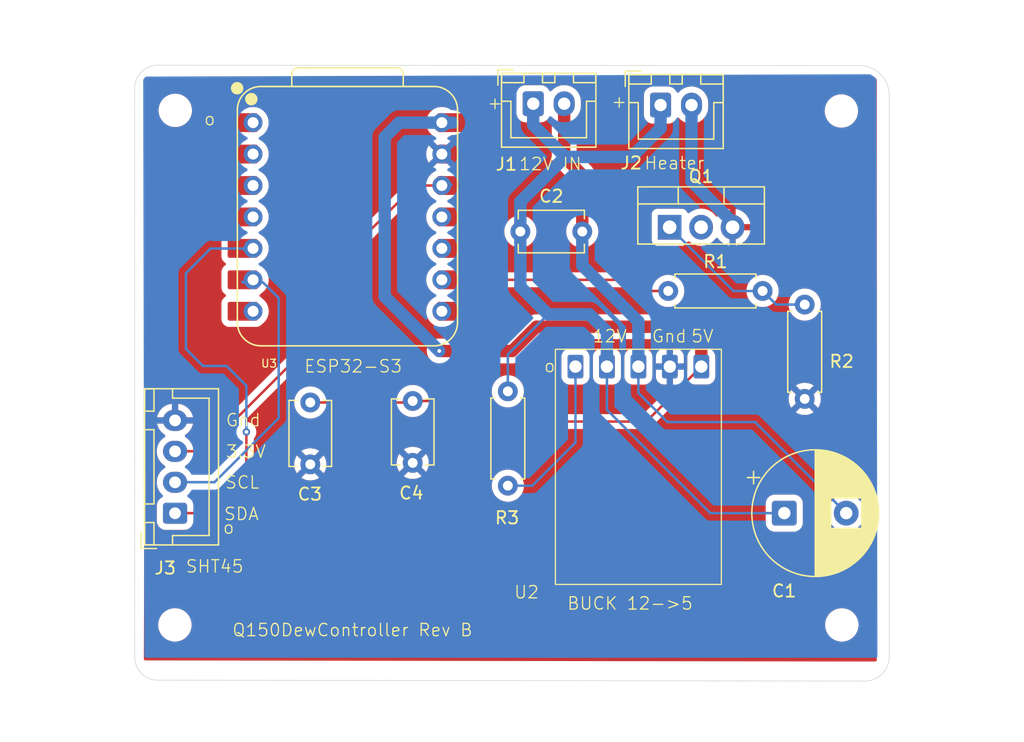
<source format=kicad_pcb>
(kicad_pcb (version 20241229) (generator "pcbnew") (generator_version "9.0")
  (title_block (title "Q150 Dew Controller") (date "2026-01-31") (rev "A") (company "Author Mark Pinnuck"))
  (layers (0 "F.Cu" signal) (2 "B.Cu" signal) (13 "F.Paste" user) (15 "B.Paste" user) (5 "F.SilkS" user "F.Silkscreen") (7 "B.SilkS" user "B.Silkscreen") (1 "F.Mask" user) (3 "B.Mask" user) (25 "Edge.Cuts" user))
  (net 0 "")
  (net 1 "12V Return")
  (net 2 "+12V")
  (net 3 "/5V")
  (net 4 "GND")
  (net 5 "/-Heater")
  (net 6 "/3.3V")
  (net 7 "/SDA")
  (net 8 "/SCL")
  (net 9 "Net-(Q1-G)")
  (net 10 "Net-(U3-GPIO7{slash}D8{slash}A8{slash}SCK)")
  (net 11 "Net-(U2-EN)")
  (footprint "Seeed Studio XIAO Series Library:XIAO-ESP32S3-DIP" (layer "F.Cu") (at 147.19 86.26)
    (property "Reference" "U3" (at -6.33 11.84 0) (layer "F.SilkS") (effects (font (size 0.635 0.635) (thickness 0.1016))))
    (property "Value" "XIAO-ESP32-S3-DIP")
    (fp_line (start -8.89 8.509) (end -8.89 -8.636) (stroke (width 0.127)) (layer "F.SilkS"))
    (fp_line (start -6.985 10.414) (end 6.985 10.414) (stroke (width 0.127)) (layer "F.SilkS"))
    (fp_line (start -4.495 -10.541) (end -4.491272 -11.551272) (stroke (width 0.127)) (layer "F.SilkS"))
    (fp_line (start -3.991272 -12.051) (end 4.004 -12.051) (stroke (width 0.127)) (layer "F.SilkS"))
    (fp_line (start 4.504 -11.551) (end 4.504 -10.541) (stroke (width 0.127)) (layer "F.SilkS"))
    (fp_line (start 6.985 -10.541) (end -6.985 -10.541) (stroke (width 0.1)) (layer "F.SilkS"))
    (fp_line (start 6.985 -10.541) (end -6.985 -10.541) (stroke (width 0.127)) (layer "F.SilkS"))
    (fp_line (start 8.89 8.509) (end 8.89 -8.636) (stroke (width 0.127)) (layer "F.SilkS"))
    (fp_arc (start -8.89 -8.636) (mid -8.332038 -9.983038) (end -6.985 -10.541) (stroke (width 0.127)) (layer "F.SilkS"))
    (fp_arc (start -6.985 10.414) (mid -8.332038 9.856038) (end -8.89 8.509) (stroke (width 0.127)) (layer "F.SilkS"))
    (fp_arc (start -4.491272 -11.551272) (mid -4.344728 -11.90464) (end -3.991272 -12.051) (stroke (width 0.127)) (layer "F.SilkS"))
    (fp_arc (start 4.004 -12.051) (mid 4.357553 -11.904553) (end 4.504 -11.551) (stroke (width 0.127)) (layer "F.SilkS"))
    (fp_arc (start 6.985 -10.541) (mid 8.332038 -9.983038) (end 8.89 -8.636) (stroke (width 0.127)) (layer "F.SilkS"))
    (fp_arc (start 8.89 8.509) (mid 8.332038 9.856038) (end 6.985 10.414) (stroke (width 0.127)) (layer "F.SilkS"))
    (fp_circle (center -8.904 -10.4) (end -8.904 -10.654) (stroke (width 0.5)) (fill yes) (layer "F.SilkS"))
    (fp_circle (center -7.761 -9.52) (end -7.761 -9.774) (stroke (width 0.5)) (fill yes) (layer "F.SilkS"))
    (pad "1" smd roundrect (at -8.455 -7.62 180) (size 2.432 1.524) (layers "F.Cu" "F.Mask") (roundrect_rratio 0.1))
    (pad "1" thru_hole circle (at -7.62 -7.62 180) (size 1.524 1.524) (drill 0.889) (layers "*.Cu" "*.Mask"))
    (pad "2" smd roundrect (at -8.455 -5.08 180) (size 2.432 1.524) (layers "F.Cu" "F.Mask") (roundrect_rratio 0.1))
    (pad "2" thru_hole circle (at -7.62 -5.08 180) (size 1.524 1.524) (drill 0.889) (layers "*.Cu" "*.Mask"))
    (pad "3" smd roundrect (at -8.455 -2.54 180) (size 2.432 1.524) (layers "F.Cu" "F.Mask") (roundrect_rratio 0.1))
    (pad "3" thru_hole circle (at -7.62 -2.54 180) (size 1.524 1.524) (drill 0.889) (layers "*.Cu" "*.Mask"))
    (pad "4" smd roundrect (at -8.455 0 180) (size 2.432 1.524) (layers "F.Cu" "F.Mask") (roundrect_rratio 0.1))
    (pad "4" thru_hole circle (at -7.62 0 180) (size 1.524 1.524) (drill 0.889) (layers "*.Cu" "*.Mask"))
    (pad "5" smd roundrect (at -8.455 2.54 180) (size 2.432 1.524) (layers "F.Cu" "F.Mask") (roundrect_rratio 0.1) (net 7 "/SDA"))
    (pad "5" thru_hole circle (at -7.62 2.54 180) (size 1.524 1.524) (drill 0.889) (layers "*.Cu" "*.Mask") (net 7 "/SDA"))
    (pad "6" smd roundrect (at -8.455 5.08 180) (size 2.432 1.524) (layers "F.Cu" "F.Mask") (roundrect_rratio 0.1) (net 8 "/SCL"))
    (pad "6" thru_hole circle (at -7.62 5.08 180) (size 1.524 1.524) (drill 0.889) (layers "*.Cu" "*.Mask") (net 8 "/SCL"))
    (pad "7" smd roundrect (at -8.455 7.62 180) (size 2.432 1.524) (layers "F.Cu" "F.Mask") (roundrect_rratio 0.1))
    (pad "7" thru_hole circle (at -7.62 7.62 180) (size 1.524 1.524) (drill 0.889) (layers "*.Cu" "*.Mask"))
    (pad "8" thru_hole circle (at 7.62 7.62) (size 1.524 1.524) (drill 0.889) (layers "*.Cu" "*.Mask"))
    (pad "8" smd roundrect (at 8.455 7.62) (size 2.432 1.524) (layers "F.Cu" "F.Mask") (roundrect_rratio 0.1))
    (pad "9" thru_hole circle (at 7.62 5.08) (size 1.524 1.524) (drill 0.889) (layers "*.Cu" "*.Mask") (net 10 "Net-(U3-GPIO7{slash}D8{slash}A8{slash}SCK)"))
    (pad "9" smd roundrect (at 8.455 5.08) (size 2.432 1.524) (layers "F.Cu" "F.Mask") (roundrect_rratio 0.1) (net 10 "Net-(U3-GPIO7{slash}D8{slash}A8{slash}SCK)"))
    (pad "10" thru_hole circle (at 7.62 2.54) (size 1.524 1.524) (drill 0.889) (layers "*.Cu" "*.Mask"))
    (pad "10" smd roundrect (at 8.455 2.54) (size 2.432 1.524) (layers "F.Cu" "F.Mask") (roundrect_rratio 0.1))
    (pad "11" thru_hole circle (at 7.62 0) (size 1.524 1.524) (drill 0.889) (layers "*.Cu" "*.Mask"))
    (pad "11" smd roundrect (at 8.455 0) (size 2.432 1.524) (layers "F.Cu" "F.Mask") (roundrect_rratio 0.1))
    (pad "12" thru_hole circle (at 7.62 -2.54) (size 1.524 1.524) (drill 0.889) (layers "*.Cu" "*.Mask") (net 6 "/3.3V"))
    (pad "12" smd roundrect (at 8.455 -2.54) (size 2.432 1.524) (layers "F.Cu" "F.Mask") (roundrect_rratio 0.1) (net 6 "/3.3V"))
    (pad "13" thru_hole circle (at 7.62 -5.08) (size 1.524 1.524) (drill 0.889) (layers "*.Cu" "*.Mask") (net 4 "GND"))
    (pad "13" smd roundrect (at 8.455 -5.08) (size 2.432 1.524) (layers "F.Cu" "F.Mask") (roundrect_rratio 0.1) (net 4 "GND"))
    (pad "14" thru_hole circle (at 7.62 -7.62) (size 1.524 1.524) (drill 0.889) (layers "*.Cu" "*.Mask") (net 3 "/5V"))
    (pad "14" smd roundrect (at 8.455 -7.62) (size 2.432 1.524) (layers "F.Cu" "F.Mask") (roundrect_rratio 0.1) (net 3 "/5V"))
  )
  (footprint "MountingHole:MountingHole_2.2mm_M2" (layer "F.Cu") (at 133.26 119.22)
    (property "Reference" "mh4" (hide yes))
    (property "Value" "MountingHole_2.2mm_M2")
    (pad "" np_thru_hole circle (at 0 0) (size 2.2 2.2) (drill 2.2) (layers "*.Cu" "*.Mask"))
  )
  (footprint "Capacitor_THT:C_Disc_D5.1mm_W3.2mm_P5.00mm" (layer "F.Cu") (at 152.46 101.13 -90)
    (property "Reference" "C4" (at 7.44 0.11 0) (layer "F.SilkS"))
    (property "Value" "0.1uf ceramic")
    (fp_line (start -0.17 1.72) (end -0.17 1.026) (stroke (width 0.12)) (layer "F.SilkS"))
    (fp_line (start 5.17 1.72) (end -0.17 1.72) (stroke (width 0.12)) (layer "F.SilkS"))
    (fp_line (start 5.17 1.026) (end 5.17 1.72) (stroke (width 0.12)) (layer "F.SilkS"))
    (fp_line (start -0.17 -1.026) (end -0.17 -1.72) (stroke (width 0.12)) (layer "F.SilkS"))
    (fp_line (start -0.17 -1.72) (end 5.17 -1.72) (stroke (width 0.12)) (layer "F.SilkS"))
    (fp_line (start 5.17 -1.72) (end 5.17 -1.026) (stroke (width 0.12)) (layer "F.SilkS"))
    (pad "1" thru_hole circle (at 0 0 270) (size 1.6 1.6) (drill 0.8) (layers "*.Cu" "*.Mask") (net 3 "/5V"))
    (pad "2" thru_hole circle (at 5 0 270) (size 1.6 1.6) (drill 0.8) (layers "*.Cu" "*.Mask") (net 4 "GND"))
  )
  (footprint "Resistor_THT:R_Axial_DIN0207_L6.3mm_D2.5mm_P7.62mm_Horizontal" (layer "F.Cu") (at 184.11 93.34 -90)
    (property "Reference" "R2" (at 4.59 -2.98 0) (layer "F.SilkS"))
    (property "Value" "10k")
    (fp_line (start 0.54 1.37) (end 7.08 1.37) (stroke (width 0.12)) (layer "F.SilkS"))
    (fp_line (start 7.08 1.37) (end 7.08 1.04) (stroke (width 0.12)) (layer "F.SilkS"))
    (fp_line (start 0.54 1.04) (end 0.54 1.37) (stroke (width 0.12)) (layer "F.SilkS"))
    (fp_line (start 0.54 -1.04) (end 0.54 -1.37) (stroke (width 0.12)) (layer "F.SilkS"))
    (fp_line (start 0.54 -1.37) (end 7.08 -1.37) (stroke (width 0.12)) (layer "F.SilkS"))
    (fp_line (start 7.08 -1.37) (end 7.08 -1.04) (stroke (width 0.12)) (layer "F.SilkS"))
    (pad "1" thru_hole circle (at 0 0 270) (size 1.6 1.6) (drill 0.8) (layers "*.Cu" "*.Mask") (net 9 "Net-(Q1-G)"))
    (pad "2" thru_hole circle (at 7.62 0 270) (size 1.6 1.6) (drill 0.8) (layers "*.Cu" "*.Mask") (net 4 "GND"))
  )
  (footprint "MountingHole:MountingHole_2.2mm_M2" (layer "F.Cu") (at 187.105 119.22)
    (property "Reference" "mh3" (hide yes))
    (property "Value" "MountingHole_2.2mm_M2")
    (pad "" np_thru_hole circle (at 0 0) (size 2.2 2.2) (drill 2.2) (layers "*.Cu" "*.Mask"))
  )
  (footprint "Library:MP_Buck_Tunghey_5Pin_THT" (layer "F.Cu") (at 170.68 106.35 90)
    (property "Reference" "U2" (at -10.23 -9.03 0) (layer "F.SilkS") (effects (font (thickness 0.1))))
    (property "Value" "Buck_12V_5V")
    (fp_rect (start -9.6 -6.7) (end 9.4 6.7) (stroke (width 0.1)) (fill no) (layer "F.SilkS"))
    (pad "1" thru_hole roundrect (at 8 -5.08 90) (size 1.905 1.27) (drill 1) (layers "*.Cu" "*.Mask") (roundrect_rratio 0.15) (net 11 "Net-(U2-EN)"))
    (pad "2" thru_hole roundrect (at 8 -2.54 90) (size 1.905 1.27) (drill 1) (layers "*.Cu" "*.Mask") (roundrect_rratio 0.15) (net 2 "+12V"))
    (pad "3" thru_hole roundrect (at 8 0 90) (size 1.905 1.27) (drill 1) (layers "*.Cu" "*.Mask") (roundrect_rratio 0.15) (net 1 "12V Return"))
    (pad "4" thru_hole roundrect (at 8 2.54 90) (size 1.905 1.27) (drill 1) (layers "*.Cu" "*.Mask") (roundrect_rratio 0.15) (net 4 "GND"))
    (pad "5" thru_hole roundrect (at 8 5.08 90) (size 1.905 1.27) (drill 1) (layers "*.Cu" "*.Mask") (roundrect_rratio 0.15) (net 3 "/5V"))
  )
  (footprint "MountingHole:MountingHole_2.2mm_M2" (layer "F.Cu") (at 187.07 77.7)
    (property "Reference" "mh2" (hide yes))
    (property "Value" "MountingHole_2.2mm_M2")
    (pad "" np_thru_hole circle (at 0 0) (size 2.2 2.2) (drill 2.2) (layers "*.Cu" "*.Mask"))
  )
  (footprint "Capacitor_THT:C_Disc_D5.1mm_W3.2mm_P5.00mm" (layer "F.Cu") (at 161.15 87.44)
    (property "Reference" "C2" (at 2.5 -2.85 0) (layer "F.SilkS"))
    (property "Value" "0.1uf Ceramic")
    (fp_line (start -0.17 -1.72) (end 5.17 -1.72) (stroke (width 0.12)) (layer "F.SilkS"))
    (fp_line (start -0.17 -1.026) (end -0.17 -1.72) (stroke (width 0.12)) (layer "F.SilkS"))
    (fp_line (start -0.17 1.72) (end -0.17 1.026) (stroke (width 0.12)) (layer "F.SilkS"))
    (fp_line (start 5.17 -1.72) (end 5.17 -1.026) (stroke (width 0.12)) (layer "F.SilkS"))
    (fp_line (start 5.17 1.026) (end 5.17 1.72) (stroke (width 0.12)) (layer "F.SilkS"))
    (fp_line (start 5.17 1.72) (end -0.17 1.72) (stroke (width 0.12)) (layer "F.SilkS"))
    (pad "1" thru_hole circle (at 0 0) (size 1.6 1.6) (drill 0.8) (layers "*.Cu" "*.Mask") (net 2 "+12V"))
    (pad "2" thru_hole circle (at 5 0) (size 1.6 1.6) (drill 0.8) (layers "*.Cu" "*.Mask") (net 1 "12V Return"))
  )
  (footprint "Connector_JST:JST_XH_B2B-XH-A_1x02_P2.50mm_Vertical" (layer "F.Cu") (at 172.47 77.22)
    (property "Reference" "J2" (at -2.37 4.68 0) (layer "F.SilkS"))
    (property "Value" "Dew Heater")
    (fp_line (start -2.85 -2.75) (end -2.85 -1.5) (stroke (width 0.12)) (layer "F.SilkS"))
    (fp_line (start -2.56 -2.46) (end -2.56 3.51) (stroke (width 0.12)) (layer "F.SilkS"))
    (fp_line (start -2.56 3.51) (end 5.06 3.51) (stroke (width 0.12)) (layer "F.SilkS"))
    (fp_line (start -2.55 -2.45) (end -2.55 -1.7) (stroke (width 0.12)) (layer "F.SilkS"))
    (fp_line (start -2.55 -1.7) (end -0.75 -1.7) (stroke (width 0.12)) (layer "F.SilkS"))
    (fp_line (start -2.55 -0.2) (end -1.8 -0.2) (stroke (width 0.12)) (layer "F.SilkS"))
    (fp_line (start -1.8 -0.2) (end -1.8 2.75) (stroke (width 0.12)) (layer "F.SilkS"))
    (fp_line (start -1.8 2.75) (end 1.25 2.75) (stroke (width 0.12)) (layer "F.SilkS"))
    (fp_line (start -1.6 -2.75) (end -2.85 -2.75) (stroke (width 0.12)) (layer "F.SilkS"))
    (fp_line (start -0.75 -2.45) (end -2.55 -2.45) (stroke (width 0.12)) (layer "F.SilkS"))
    (fp_line (start -0.75 -1.7) (end -0.75 -2.45) (stroke (width 0.12)) (layer "F.SilkS"))
    (fp_line (start 0.75 -2.45) (end 0.75 -1.7) (stroke (width 0.12)) (layer "F.SilkS"))
    (fp_line (start 0.75 -1.7) (end 1.75 -1.7) (stroke (width 0.12)) (layer "F.SilkS"))
    (fp_line (start 1.75 -2.45) (end 0.75 -2.45) (stroke (width 0.12)) (layer "F.SilkS"))
    (fp_line (start 1.75 -1.7) (end 1.75 -2.45) (stroke (width 0.12)) (layer "F.SilkS"))
    (fp_line (start 3.25 -2.45) (end 3.25 -1.7) (stroke (width 0.12)) (layer "F.SilkS"))
    (fp_line (start 3.25 -1.7) (end 5.05 -1.7) (stroke (width 0.12)) (layer "F.SilkS"))
    (fp_line (start 4.3 -0.2) (end 4.3 2.75) (stroke (width 0.12)) (layer "F.SilkS"))
    (fp_line (start 4.3 2.75) (end 1.25 2.75) (stroke (width 0.12)) (layer "F.SilkS"))
    (fp_line (start 5.05 -2.45) (end 3.25 -2.45) (stroke (width 0.12)) (layer "F.SilkS"))
    (fp_line (start 5.05 -1.7) (end 5.05 -2.45) (stroke (width 0.12)) (layer "F.SilkS"))
    (fp_line (start 5.05 -0.2) (end 4.3 -0.2) (stroke (width 0.12)) (layer "F.SilkS"))
    (fp_line (start 5.06 -2.46) (end -2.56 -2.46) (stroke (width 0.12)) (layer "F.SilkS"))
    (fp_line (start 5.06 3.51) (end 5.06 -2.46) (stroke (width 0.12)) (layer "F.SilkS"))
    (pad "1" thru_hole roundrect (at 0 0) (size 1.7 2) (drill 1) (layers "*.Cu" "*.Mask") (roundrect_rratio 0.147059) (net 2 "+12V"))
    (pad "2" thru_hole oval (at 2.5 0) (size 1.7 2) (drill 1) (layers "*.Cu" "*.Mask") (net 5 "/-Heater"))
  )
  (footprint "MountingHole:MountingHole_2.2mm_M2" (layer "F.Cu") (at 133.29 77.65)
    (property "Reference" "mh1" (hide yes))
    (property "Value" "MountingHole_2.2mm_M2")
    (pad "" np_thru_hole circle (at 0 0) (size 2.2 2.2) (drill 2.2) (layers "*.Cu" "*.Mask"))
  )
  (footprint "Connector_JST:JST_XH_B4B-XH-A_1x04_P2.50mm_Vertical" (layer "F.Cu") (at 133.27 110.2 90)
    (property "Reference" "J3" (at -4.43 -0.79 0) (layer "F.SilkS"))
    (property "Value" "SHT45 Sensor")
    (fp_line (start -1.6 -2.75) (end -2.85 -2.75) (stroke (width 0.12)) (layer "F.SilkS"))
    (fp_line (start -2.85 -2.75) (end -2.85 -1.5) (stroke (width 0.12)) (layer "F.SilkS"))
    (fp_line (start 10.06 -2.46) (end -2.56 -2.46) (stroke (width 0.12)) (layer "F.SilkS"))
    (fp_line (start -2.56 -2.46) (end -2.56 3.51) (stroke (width 0.12)) (layer "F.SilkS"))
    (fp_line (start 10.05 -2.45) (end 8.25 -2.45) (stroke (width 0.12)) (layer "F.SilkS"))
    (fp_line (start 8.25 -2.45) (end 8.25 -1.7) (stroke (width 0.12)) (layer "F.SilkS"))
    (fp_line (start 6.75 -2.45) (end 0.75 -2.45) (stroke (width 0.12)) (layer "F.SilkS"))
    (fp_line (start 0.75 -2.45) (end 0.75 -1.7) (stroke (width 0.12)) (layer "F.SilkS"))
    (fp_line (start -0.75 -2.45) (end -2.55 -2.45) (stroke (width 0.12)) (layer "F.SilkS"))
    (fp_line (start -2.55 -2.45) (end -2.55 -1.7) (stroke (width 0.12)) (layer "F.SilkS"))
    (fp_line (start 10.05 -1.7) (end 10.05 -2.45) (stroke (width 0.12)) (layer "F.SilkS"))
    (fp_line (start 8.25 -1.7) (end 10.05 -1.7) (stroke (width 0.12)) (layer "F.SilkS"))
    (fp_line (start 6.75 -1.7) (end 6.75 -2.45) (stroke (width 0.12)) (layer "F.SilkS"))
    (fp_line (start 0.75 -1.7) (end 6.75 -1.7) (stroke (width 0.12)) (layer "F.SilkS"))
    (fp_line (start -0.75 -1.7) (end -0.75 -2.45) (stroke (width 0.12)) (layer "F.SilkS"))
    (fp_line (start -2.55 -1.7) (end -0.75 -1.7) (stroke (width 0.12)) (layer "F.SilkS"))
    (fp_line (start 10.05 -0.2) (end 9.3 -0.2) (stroke (width 0.12)) (layer "F.SilkS"))
    (fp_line (start 9.3 -0.2) (end 9.3 2.75) (stroke (width 0.12)) (layer "F.SilkS"))
    (fp_line (start -1.8 -0.2) (end -1.8 2.75) (stroke (width 0.12)) (layer "F.SilkS"))
    (fp_line (start -2.55 -0.2) (end -1.8 -0.2) (stroke (width 0.12)) (layer "F.SilkS"))
    (fp_line (start 9.3 2.75) (end 3.75 2.75) (stroke (width 0.12)) (layer "F.SilkS"))
    (fp_line (start -1.8 2.75) (end 3.75 2.75) (stroke (width 0.12)) (layer "F.SilkS"))
    (fp_line (start 10.06 3.51) (end 10.06 -2.46) (stroke (width 0.12)) (layer "F.SilkS"))
    (fp_line (start -2.56 3.51) (end 10.06 3.51) (stroke (width 0.12)) (layer "F.SilkS"))
    (pad "1" thru_hole roundrect (at 0 0 90) (size 1.7 1.95) (drill 0.95) (layers "*.Cu" "*.Mask") (roundrect_rratio 0.147059) (net 7 "/SDA"))
    (pad "2" thru_hole oval (at 2.5 0 90) (size 1.7 1.95) (drill 0.95) (layers "*.Cu" "*.Mask") (net 8 "/SCL"))
    (pad "3" thru_hole oval (at 5 0 90) (size 1.7 1.95) (drill 0.95) (layers "*.Cu" "*.Mask") (net 6 "/3.3V"))
    (pad "4" thru_hole oval (at 7.5 0 90) (size 1.7 1.95) (drill 0.95) (layers "*.Cu" "*.Mask") (net 4 "GND"))
  )
  (footprint "Capacitor_THT:CP_Radial_D10.0mm_P5.00mm" (layer "F.Cu") (at 182.46 110.19)
    (property "Reference" "C1" (at -0.01 6.29 0) (layer "F.SilkS"))
    (property "Value" "470uf 25V")
    (fp_line (start -2.979646 -2.875) (end -1.979646 -2.875) (stroke (width 0.12)) (layer "F.SilkS"))
    (fp_line (start -2.479646 -3.375) (end -2.479646 -2.375) (stroke (width 0.12)) (layer "F.SilkS"))
    (fp_line (start 2.5 -5.08) (end 2.5 5.08) (stroke (width 0.12)) (layer "F.SilkS"))
    (fp_line (start 2.54 -5.08) (end 2.54 5.08) (stroke (width 0.12)) (layer "F.SilkS"))
    (fp_line (start 2.58 -5.079) (end 2.58 5.079) (stroke (width 0.12)) (layer "F.SilkS"))
    (fp_line (start 2.62 -5.079) (end 2.62 5.079) (stroke (width 0.12)) (layer "F.SilkS"))
    (fp_line (start 2.66 -5.077) (end 2.66 5.077) (stroke (width 0.12)) (layer "F.SilkS"))
    (fp_line (start 2.7 -5.076) (end 2.7 5.076) (stroke (width 0.12)) (layer "F.SilkS"))
    (fp_line (start 2.74 -5.074) (end 2.74 5.074) (stroke (width 0.12)) (layer "F.SilkS"))
    (fp_line (start 2.78 -5.072) (end 2.78 5.072) (stroke (width 0.12)) (layer "F.SilkS"))
    (fp_line (start 2.82 -5.07) (end 2.82 5.07) (stroke (width 0.12)) (layer "F.SilkS"))
    (fp_line (start 2.86 -5.067) (end 2.86 5.067) (stroke (width 0.12)) (layer "F.SilkS"))
    (fp_line (start 2.9 -5.064) (end 2.9 5.064) (stroke (width 0.12)) (layer "F.SilkS"))
    (fp_line (start 2.94 -5.061) (end 2.94 5.061) (stroke (width 0.12)) (layer "F.SilkS"))
    (fp_line (start 2.98 -5.057) (end 2.98 5.057) (stroke (width 0.12)) (layer "F.SilkS"))
    (fp_line (start 3.02 -5.054) (end 3.02 5.054) (stroke (width 0.12)) (layer "F.SilkS"))
    (fp_line (start 3.06 -5.049) (end 3.06 5.049) (stroke (width 0.12)) (layer "F.SilkS"))
    (fp_line (start 3.1 -5.045) (end 3.1 5.045) (stroke (width 0.12)) (layer "F.SilkS"))
    (fp_line (start 3.14 -5.04) (end 3.14 5.04) (stroke (width 0.12)) (layer "F.SilkS"))
    (fp_line (start 3.18 -5.035) (end 3.18 5.035) (stroke (width 0.12)) (layer "F.SilkS"))
    (fp_line (start 3.22 -5.029) (end 3.22 5.029) (stroke (width 0.12)) (layer "F.SilkS"))
    (fp_line (start 3.26 -5.023) (end 3.26 5.023) (stroke (width 0.12)) (layer "F.SilkS"))
    (fp_line (start 3.3 -5.017) (end 3.3 5.017) (stroke (width 0.12)) (layer "F.SilkS"))
    (fp_line (start 3.34 -5.011) (end 3.34 5.011) (stroke (width 0.12)) (layer "F.SilkS"))
    (fp_line (start 3.38 -5.004) (end 3.38 5.004) (stroke (width 0.12)) (layer "F.SilkS"))
    (fp_line (start 3.42 -4.997) (end 3.42 4.997) (stroke (width 0.12)) (layer "F.SilkS"))
    (fp_line (start 3.46 -4.989) (end 3.46 4.989) (stroke (width 0.12)) (layer "F.SilkS"))
    (fp_line (start 3.5 -4.981) (end 3.5 4.981) (stroke (width 0.12)) (layer "F.SilkS"))
    (fp_line (start 3.54 -4.973) (end 3.54 4.973) (stroke (width 0.12)) (layer "F.SilkS"))
    (fp_line (start 3.58 -4.965) (end 3.58 4.965) (stroke (width 0.12)) (layer "F.SilkS"))
    (fp_line (start 3.62 -4.956) (end 3.62 4.956) (stroke (width 0.12)) (layer "F.SilkS"))
    (fp_line (start 3.66 -4.947) (end 3.66 4.947) (stroke (width 0.12)) (layer "F.SilkS"))
    (fp_line (start 3.7 -4.937) (end 3.7 4.937) (stroke (width 0.12)) (layer "F.SilkS"))
    (fp_line (start 3.74 -4.928) (end 3.74 4.928) (stroke (width 0.12)) (layer "F.SilkS"))
    (fp_line (start 3.78 -4.917) (end 3.78 -1.24) (stroke (width 0.12)) (layer "F.SilkS"))
    (fp_line (start 3.78 1.24) (end 3.78 4.917) (stroke (width 0.12)) (layer "F.SilkS"))
    (fp_line (start 3.82 -4.907) (end 3.82 -1.24) (stroke (width 0.12)) (layer "F.SilkS"))
    (fp_line (start 3.82 1.24) (end 3.82 4.907) (stroke (width 0.12)) (layer "F.SilkS"))
    (fp_line (start 3.86 -4.896) (end 3.86 -1.24) (stroke (width 0.12)) (layer "F.SilkS"))
    (fp_line (start 3.86 1.24) (end 3.86 4.896) (stroke (width 0.12)) (layer "F.SilkS"))
    (fp_line (start 3.9 -4.885) (end 3.9 -1.24) (stroke (width 0.12)) (layer "F.SilkS"))
    (fp_line (start 3.9 1.24) (end 3.9 4.885) (stroke (width 0.12)) (layer "F.SilkS"))
    (fp_line (start 3.94 -4.873) (end 3.94 -1.24) (stroke (width 0.12)) (layer "F.SilkS"))
    (fp_line (start 3.94 1.24) (end 3.94 4.873) (stroke (width 0.12)) (layer "F.SilkS"))
    (fp_line (start 3.98 -4.861) (end 3.98 -1.24) (stroke (width 0.12)) (layer "F.SilkS"))
    (fp_line (start 3.98 1.24) (end 3.98 4.861) (stroke (width 0.12)) (layer "F.SilkS"))
    (fp_line (start 4.02 -4.849) (end 4.02 -1.24) (stroke (width 0.12)) (layer "F.SilkS"))
    (fp_line (start 4.02 1.24) (end 4.02 4.849) (stroke (width 0.12)) (layer "F.SilkS"))
    (fp_line (start 4.06 -4.837) (end 4.06 -1.24) (stroke (width 0.12)) (layer "F.SilkS"))
    (fp_line (start 4.06 1.24) (end 4.06 4.837) (stroke (width 0.12)) (layer "F.SilkS"))
    (fp_line (start 4.1 -4.824) (end 4.1 -1.24) (stroke (width 0.12)) (layer "F.SilkS"))
    (fp_line (start 4.1 1.24) (end 4.1 4.824) (stroke (width 0.12)) (layer "F.SilkS"))
    (fp_line (start 4.14 -4.81) (end 4.14 -1.24) (stroke (width 0.12)) (layer "F.SilkS"))
    (fp_line (start 4.14 1.24) (end 4.14 4.81) (stroke (width 0.12)) (layer "F.SilkS"))
    (fp_line (start 4.18 -4.797) (end 4.18 -1.24) (stroke (width 0.12)) (layer "F.SilkS"))
    (fp_line (start 4.18 1.24) (end 4.18 4.797) (stroke (width 0.12)) (layer "F.SilkS"))
    (fp_line (start 4.22 -4.782) (end 4.22 -1.24) (stroke (width 0.12)) (layer "F.SilkS"))
    (fp_line (start 4.22 1.24) (end 4.22 4.782) (stroke (width 0.12)) (layer "F.SilkS"))
    (fp_line (start 4.26 -4.768) (end 4.26 -1.24) (stroke (width 0.12)) (layer "F.SilkS"))
    (fp_line (start 4.26 1.24) (end 4.26 4.768) (stroke (width 0.12)) (layer "F.SilkS"))
    (fp_line (start 4.3 -4.753) (end 4.3 -1.24) (stroke (width 0.12)) (layer "F.SilkS"))
    (fp_line (start 4.3 1.24) (end 4.3 4.753) (stroke (width 0.12)) (layer "F.SilkS"))
    (fp_line (start 4.34 -4.738) (end 4.34 -1.24) (stroke (width 0.12)) (layer "F.SilkS"))
    (fp_line (start 4.34 1.24) (end 4.34 4.738) (stroke (width 0.12)) (layer "F.SilkS"))
    (fp_line (start 4.38 -4.722) (end 4.38 -1.24) (stroke (width 0.12)) (layer "F.SilkS"))
    (fp_line (start 4.38 1.24) (end 4.38 4.722) (stroke (width 0.12)) (layer "F.SilkS"))
    (fp_line (start 4.42 -4.706) (end 4.42 -1.24) (stroke (width 0.12)) (layer "F.SilkS"))
    (fp_line (start 4.42 1.24) (end 4.42 4.706) (stroke (width 0.12)) (layer "F.SilkS"))
    (fp_line (start 4.46 -4.69) (end 4.46 -1.24) (stroke (width 0.12)) (layer "F.SilkS"))
    (fp_line (start 4.46 1.24) (end 4.46 4.69) (stroke (width 0.12)) (layer "F.SilkS"))
    (fp_line (start 4.5 -4.673) (end 4.5 -1.24) (stroke (width 0.12)) (layer "F.SilkS"))
    (fp_line (start 4.5 1.24) (end 4.5 4.673) (stroke (width 0.12)) (layer "F.SilkS"))
    (fp_line (start 4.54 -4.656) (end 4.54 -1.24) (stroke (width 0.12)) (layer "F.SilkS"))
    (fp_line (start 4.54 1.24) (end 4.54 4.656) (stroke (width 0.12)) (layer "F.SilkS"))
    (fp_line (start 4.58 -4.638) (end 4.58 -1.24) (stroke (width 0.12)) (layer "F.SilkS"))
    (fp_line (start 4.58 1.24) (end 4.58 4.638) (stroke (width 0.12)) (layer "F.SilkS"))
    (fp_line (start 4.62 -4.62) (end 4.62 -1.24) (stroke (width 0.12)) (layer "F.SilkS"))
    (fp_line (start 4.62 1.24) (end 4.62 4.62) (stroke (width 0.12)) (layer "F.SilkS"))
    (fp_line (start 4.66 -4.602) (end 4.66 -1.24) (stroke (width 0.12)) (layer "F.SilkS"))
    (fp_line (start 4.66 1.24) (end 4.66 4.602) (stroke (width 0.12)) (layer "F.SilkS"))
    (fp_line (start 4.7 -4.583) (end 4.7 -1.24) (stroke (width 0.12)) (layer "F.SilkS"))
    (fp_line (start 4.7 1.24) (end 4.7 4.583) (stroke (width 0.12)) (layer "F.SilkS"))
    (fp_line (start 4.74 -4.564) (end 4.74 -1.24) (stroke (width 0.12)) (layer "F.SilkS"))
    (fp_line (start 4.74 1.24) (end 4.74 4.564) (stroke (width 0.12)) (layer "F.SilkS"))
    (fp_line (start 4.78 -4.544) (end 4.78 -1.24) (stroke (width 0.12)) (layer "F.SilkS"))
    (fp_line (start 4.78 1.24) (end 4.78 4.544) (stroke (width 0.12)) (layer "F.SilkS"))
    (fp_line (start 4.82 -4.524) (end 4.82 -1.24) (stroke (width 0.12)) (layer "F.SilkS"))
    (fp_line (start 4.82 1.24) (end 4.82 4.524) (stroke (width 0.12)) (layer "F.SilkS"))
    (fp_line (start 4.86 -4.504) (end 4.86 -1.24) (stroke (width 0.12)) (layer "F.SilkS"))
    (fp_line (start 4.86 1.24) (end 4.86 4.504) (stroke (width 0.12)) (layer "F.SilkS"))
    (fp_line (start 4.9 -4.483) (end 4.9 -1.24) (stroke (width 0.12)) (layer "F.SilkS"))
    (fp_line (start 4.9 1.24) (end 4.9 4.483) (stroke (width 0.12)) (layer "F.SilkS"))
    (fp_line (start 4.94 -4.461) (end 4.94 -1.24) (stroke (width 0.12)) (layer "F.SilkS"))
    (fp_line (start 4.94 1.24) (end 4.94 4.461) (stroke (width 0.12)) (layer "F.SilkS"))
    (fp_line (start 4.98 -4.439) (end 4.98 -1.24) (stroke (width 0.12)) (layer "F.SilkS"))
    (fp_line (start 4.98 1.24) (end 4.98 4.439) (stroke (width 0.12)) (layer "F.SilkS"))
    (fp_line (start 5.02 -4.417) (end 5.02 -1.24) (stroke (width 0.12)) (layer "F.SilkS"))
    (fp_line (start 5.02 1.24) (end 5.02 4.417) (stroke (width 0.12)) (layer "F.SilkS"))
    (fp_line (start 5.06 -4.394) (end 5.06 -1.24) (stroke (width 0.12)) (layer "F.SilkS"))
    (fp_line (start 5.06 1.24) (end 5.06 4.394) (stroke (width 0.12)) (layer "F.SilkS"))
    (fp_line (start 5.1 -4.371) (end 5.1 -1.24) (stroke (width 0.12)) (layer "F.SilkS"))
    (fp_line (start 5.1 1.24) (end 5.1 4.371) (stroke (width 0.12)) (layer "F.SilkS"))
    (fp_line (start 5.14 -4.347) (end 5.14 -1.24) (stroke (width 0.12)) (layer "F.SilkS"))
    (fp_line (start 5.14 1.24) (end 5.14 4.347) (stroke (width 0.12)) (layer "F.SilkS"))
    (fp_line (start 5.18 -4.323) (end 5.18 -1.24) (stroke (width 0.12)) (layer "F.SilkS"))
    (fp_line (start 5.18 1.24) (end 5.18 4.323) (stroke (width 0.12)) (layer "F.SilkS"))
    (fp_line (start 5.22 -4.298) (end 5.22 -1.24) (stroke (width 0.12)) (layer "F.SilkS"))
    (fp_line (start 5.22 1.24) (end 5.22 4.298) (stroke (width 0.12)) (layer "F.SilkS"))
    (fp_line (start 5.26 -4.272) (end 5.26 -1.24) (stroke (width 0.12)) (layer "F.SilkS"))
    (fp_line (start 5.26 1.24) (end 5.26 4.272) (stroke (width 0.12)) (layer "F.SilkS"))
    (fp_line (start 5.3 -4.247) (end 5.3 -1.24) (stroke (width 0.12)) (layer "F.SilkS"))
    (fp_line (start 5.3 1.24) (end 5.3 4.247) (stroke (width 0.12)) (layer "F.SilkS"))
    (fp_line (start 5.34 -4.22) (end 5.34 -1.24) (stroke (width 0.12)) (layer "F.SilkS"))
    (fp_line (start 5.34 1.24) (end 5.34 4.22) (stroke (width 0.12)) (layer "F.SilkS"))
    (fp_line (start 5.38 -4.193) (end 5.38 -1.24) (stroke (width 0.12)) (layer "F.SilkS"))
    (fp_line (start 5.38 1.24) (end 5.38 4.193) (stroke (width 0.12)) (layer "F.SilkS"))
    (fp_line (start 5.42 -4.166) (end 5.42 -1.24) (stroke (width 0.12)) (layer "F.SilkS"))
    (fp_line (start 5.42 1.24) (end 5.42 4.166) (stroke (width 0.12)) (layer "F.SilkS"))
    (fp_line (start 5.46 -4.138) (end 5.46 -1.24) (stroke (width 0.12)) (layer "F.SilkS"))
    (fp_line (start 5.46 1.24) (end 5.46 4.138) (stroke (width 0.12)) (layer "F.SilkS"))
    (fp_line (start 5.5 -4.109) (end 5.5 -1.24) (stroke (width 0.12)) (layer "F.SilkS"))
    (fp_line (start 5.5 1.24) (end 5.5 4.109) (stroke (width 0.12)) (layer "F.SilkS"))
    (fp_line (start 5.54 -4.08) (end 5.54 -1.24) (stroke (width 0.12)) (layer "F.SilkS"))
    (fp_line (start 5.54 1.24) (end 5.54 4.08) (stroke (width 0.12)) (layer "F.SilkS"))
    (fp_line (start 5.58 -4.05) (end 5.58 -1.24) (stroke (width 0.12)) (layer "F.SilkS"))
    (fp_line (start 5.58 1.24) (end 5.58 4.05) (stroke (width 0.12)) (layer "F.SilkS"))
    (fp_line (start 5.62 -4.02) (end 5.62 -1.24) (stroke (width 0.12)) (layer "F.SilkS"))
    (fp_line (start 5.62 1.24) (end 5.62 4.02) (stroke (width 0.12)) (layer "F.SilkS"))
    (fp_line (start 5.66 -3.988) (end 5.66 -1.24) (stroke (width 0.12)) (layer "F.SilkS"))
    (fp_line (start 5.66 1.24) (end 5.66 3.988) (stroke (width 0.12)) (layer "F.SilkS"))
    (fp_line (start 5.7 -3.957) (end 5.7 -1.24) (stroke (width 0.12)) (layer "F.SilkS"))
    (fp_line (start 5.7 1.24) (end 5.7 3.957) (stroke (width 0.12)) (layer "F.SilkS"))
    (fp_line (start 5.74 -3.924) (end 5.74 -1.24) (stroke (width 0.12)) (layer "F.SilkS"))
    (fp_line (start 5.74 1.24) (end 5.74 3.924) (stroke (width 0.12)) (layer "F.SilkS"))
    (fp_line (start 5.78 -3.891) (end 5.78 -1.24) (stroke (width 0.12)) (layer "F.SilkS"))
    (fp_line (start 5.78 1.24) (end 5.78 3.891) (stroke (width 0.12)) (layer "F.SilkS"))
    (fp_line (start 5.82 -3.858) (end 5.82 -1.24) (stroke (width 0.12)) (layer "F.SilkS"))
    (fp_line (start 5.82 1.24) (end 5.82 3.858) (stroke (width 0.12)) (layer "F.SilkS"))
    (fp_line (start 5.86 -3.823) (end 5.86 -1.24) (stroke (width 0.12)) (layer "F.SilkS"))
    (fp_line (start 5.86 1.24) (end 5.86 3.823) (stroke (width 0.12)) (layer "F.SilkS"))
    (fp_line (start 5.9 -3.788) (end 5.9 -1.24) (stroke (width 0.12)) (layer "F.SilkS"))
    (fp_line (start 5.9 1.24) (end 5.9 3.788) (stroke (width 0.12)) (layer "F.SilkS"))
    (fp_line (start 5.94 -3.752) (end 5.94 -1.24) (stroke (width 0.12)) (layer "F.SilkS"))
    (fp_line (start 5.94 1.24) (end 5.94 3.752) (stroke (width 0.12)) (layer "F.SilkS"))
    (fp_line (start 5.98 -3.716) (end 5.98 -1.24) (stroke (width 0.12)) (layer "F.SilkS"))
    (fp_line (start 5.98 1.24) (end 5.98 3.716) (stroke (width 0.12)) (layer "F.SilkS"))
    (fp_line (start 6.02 -3.678) (end 6.02 -1.24) (stroke (width 0.12)) (layer "F.SilkS"))
    (fp_line (start 6.02 1.24) (end 6.02 3.678) (stroke (width 0.12)) (layer "F.SilkS"))
    (fp_line (start 6.06 -3.64) (end 6.06 -1.24) (stroke (width 0.12)) (layer "F.SilkS"))
    (fp_line (start 6.06 1.24) (end 6.06 3.64) (stroke (width 0.12)) (layer "F.SilkS"))
    (fp_line (start 6.1 -3.601) (end 6.1 -1.24) (stroke (width 0.12)) (layer "F.SilkS"))
    (fp_line (start 6.1 1.24) (end 6.1 3.601) (stroke (width 0.12)) (layer "F.SilkS"))
    (fp_line (start 6.14 -3.561) (end 6.14 -1.24) (stroke (width 0.12)) (layer "F.SilkS"))
    (fp_line (start 6.14 1.24) (end 6.14 3.561) (stroke (width 0.12)) (layer "F.SilkS"))
    (fp_line (start 6.18 -3.52) (end 6.18 -1.24) (stroke (width 0.12)) (layer "F.SilkS"))
    (fp_line (start 6.18 1.24) (end 6.18 3.52) (stroke (width 0.12)) (layer "F.SilkS"))
    (fp_line (start 6.22 -3.478) (end 6.22 -1.24) (stroke (width 0.12)) (layer "F.SilkS"))
    (fp_line (start 6.22 1.24) (end 6.22 3.478) (stroke (width 0.12)) (layer "F.SilkS"))
    (fp_line (start 6.26 -3.435) (end 6.26 3.435) (stroke (width 0.12)) (layer "F.SilkS"))
    (fp_line (start 6.3 -3.391) (end 6.3 3.391) (stroke (width 0.12)) (layer "F.SilkS"))
    (fp_line (start 6.34 -3.347) (end 6.34 3.347) (stroke (width 0.12)) (layer "F.SilkS"))
    (fp_line (start 6.38 -3.301) (end 6.38 3.301) (stroke (width 0.12)) (layer "F.SilkS"))
    (fp_line (start 6.42 -3.254) (end 6.42 3.254) (stroke (width 0.12)) (layer "F.SilkS"))
    (fp_line (start 6.46 -3.205) (end 6.46 3.205) (stroke (width 0.12)) (layer "F.SilkS"))
    (fp_line (start 6.5 -3.156) (end 6.5 3.156) (stroke (width 0.12)) (layer "F.SilkS"))
    (fp_line (start 6.54 -3.105) (end 6.54 3.105) (stroke (width 0.12)) (layer "F.SilkS"))
    (fp_line (start 6.58 -3.053) (end 6.58 3.053) (stroke (width 0.12)) (layer "F.SilkS"))
    (fp_line (start 6.62 -3) (end 6.62 3) (stroke (width 0.12)) (layer "F.SilkS"))
    (fp_line (start 6.66 -2.945) (end 6.66 2.945) (stroke (width 0.12)) (layer "F.SilkS"))
    (fp_line (start 6.7 -2.888) (end 6.7 2.888) (stroke (width 0.12)) (layer "F.SilkS"))
    (fp_line (start 6.74 -2.83) (end 6.74 2.83) (stroke (width 0.12)) (layer "F.SilkS"))
    (fp_line (start 6.78 -2.77) (end 6.78 2.77) (stroke (width 0.12)) (layer "F.SilkS"))
    (fp_line (start 6.82 -2.708) (end 6.82 2.708) (stroke (width 0.12)) (layer "F.SilkS"))
    (fp_line (start 6.86 -2.644) (end 6.86 2.644) (stroke (width 0.12)) (layer "F.SilkS"))
    (fp_line (start 6.9 -2.578) (end 6.9 2.578) (stroke (width 0.12)) (layer "F.SilkS"))
    (fp_line (start 6.94 -2.51) (end 6.94 2.51) (stroke (width 0.12)) (layer "F.SilkS"))
    (fp_line (start 6.98 -2.439) (end 6.98 2.439) (stroke (width 0.12)) (layer "F.SilkS"))
    (fp_line (start 7.02 -2.365) (end 7.02 2.365) (stroke (width 0.12)) (layer "F.SilkS"))
    (fp_line (start 7.06 -2.288) (end 7.06 2.288) (stroke (width 0.12)) (layer "F.SilkS"))
    (fp_line (start 7.1 -2.208) (end 7.1 2.208) (stroke (width 0.12)) (layer "F.SilkS"))
    (fp_line (start 7.14 -2.124) (end 7.14 2.124) (stroke (width 0.12)) (layer "F.SilkS"))
    (fp_line (start 7.18 -2.037) (end 7.18 2.037) (stroke (width 0.12)) (layer "F.SilkS"))
    (fp_line (start 7.22 -1.944) (end 7.22 1.944) (stroke (width 0.12)) (layer "F.SilkS"))
    (fp_line (start 7.26 -1.846) (end 7.26 1.846) (stroke (width 0.12)) (layer "F.SilkS"))
    (fp_line (start 7.3 -1.742) (end 7.3 1.742) (stroke (width 0.12)) (layer "F.SilkS"))
    (fp_line (start 7.34 -1.63) (end 7.34 1.63) (stroke (width 0.12)) (layer "F.SilkS"))
    (fp_line (start 7.38 -1.509) (end 7.38 1.509) (stroke (width 0.12)) (layer "F.SilkS"))
    (fp_line (start 7.42 -1.377) (end 7.42 1.377) (stroke (width 0.12)) (layer "F.SilkS"))
    (fp_line (start 7.46 -1.23) (end 7.46 1.23) (stroke (width 0.12)) (layer "F.SilkS"))
    (fp_line (start 7.5 -1.062) (end 7.5 1.062) (stroke (width 0.12)) (layer "F.SilkS"))
    (fp_line (start 7.54 -0.862) (end 7.54 0.862) (stroke (width 0.12)) (layer "F.SilkS"))
    (fp_line (start 7.58 -0.599) (end 7.58 0.599) (stroke (width 0.12)) (layer "F.SilkS"))
    (fp_circle (center 2.5 0) (end 7.62 0) (stroke (width 0.12)) (fill no) (layer "F.SilkS"))
    (pad "1" thru_hole roundrect (at 0 0) (size 2 2) (drill 1) (layers "*.Cu" "*.Mask") (roundrect_rratio 0.125) (net 2 "+12V"))
    (pad "2" thru_hole circle (at 5 0) (size 2 2) (drill 1) (layers "*.Cu" "*.Mask") (net 1 "12V Return"))
  )
  (footprint "Capacitor_THT:C_Disc_D5.1mm_W3.2mm_P5.00mm" (layer "F.Cu") (at 144.19 101.25 -90)
    (property "Reference" "C3" (at 7.41 0.03 0) (layer "F.SilkS"))
    (property "Value" "10uf")
    (fp_line (start -0.17 1.72) (end -0.17 1.026) (stroke (width 0.12)) (layer "F.SilkS"))
    (fp_line (start 5.17 1.72) (end -0.17 1.72) (stroke (width 0.12)) (layer "F.SilkS"))
    (fp_line (start 5.17 1.026) (end 5.17 1.72) (stroke (width 0.12)) (layer "F.SilkS"))
    (fp_line (start -0.17 -1.026) (end -0.17 -1.72) (stroke (width 0.12)) (layer "F.SilkS"))
    (fp_line (start -0.17 -1.72) (end 5.17 -1.72) (stroke (width 0.12)) (layer "F.SilkS"))
    (fp_line (start 5.17 -1.72) (end 5.17 -1.026) (stroke (width 0.12)) (layer "F.SilkS"))
    (pad "1" thru_hole circle (at 0 0 270) (size 1.6 1.6) (drill 0.8) (layers "*.Cu" "*.Mask") (net 3 "/5V"))
    (pad "2" thru_hole circle (at 5 0 270) (size 1.6 1.6) (drill 0.8) (layers "*.Cu" "*.Mask") (net 4 "GND"))
  )
  (footprint "Connector_JST:JST_XH_B2B-XH-A_1x02_P2.50mm_Vertical" (layer "F.Cu") (at 162.19 77.11)
    (property "Reference" "J1" (at -2.17 4.89 0) (layer "F.SilkS"))
    (property "Value" "12V Power")
    (fp_line (start -2.85 -2.75) (end -2.85 -1.5) (stroke (width 0.12)) (layer "F.SilkS"))
    (fp_line (start -2.56 -2.46) (end -2.56 3.51) (stroke (width 0.12)) (layer "F.SilkS"))
    (fp_line (start -2.56 3.51) (end 5.06 3.51) (stroke (width 0.12)) (layer "F.SilkS"))
    (fp_line (start -2.55 -2.45) (end -2.55 -1.7) (stroke (width 0.12)) (layer "F.SilkS"))
    (fp_line (start -2.55 -1.7) (end -0.75 -1.7) (stroke (width 0.12)) (layer "F.SilkS"))
    (fp_line (start -2.55 -0.2) (end -1.8 -0.2) (stroke (width 0.12)) (layer "F.SilkS"))
    (fp_line (start -1.8 -0.2) (end -1.8 2.75) (stroke (width 0.12)) (layer "F.SilkS"))
    (fp_line (start -1.8 2.75) (end 1.25 2.75) (stroke (width 0.12)) (layer "F.SilkS"))
    (fp_line (start -1.6 -2.75) (end -2.85 -2.75) (stroke (width 0.12)) (layer "F.SilkS"))
    (fp_line (start -0.75 -2.45) (end -2.55 -2.45) (stroke (width 0.12)) (layer "F.SilkS"))
    (fp_line (start -0.75 -1.7) (end -0.75 -2.45) (stroke (width 0.12)) (layer "F.SilkS"))
    (fp_line (start 0.75 -2.45) (end 0.75 -1.7) (stroke (width 0.12)) (layer "F.SilkS"))
    (fp_line (start 0.75 -1.7) (end 1.75 -1.7) (stroke (width 0.12)) (layer "F.SilkS"))
    (fp_line (start 1.75 -2.45) (end 0.75 -2.45) (stroke (width 0.12)) (layer "F.SilkS"))
    (fp_line (start 1.75 -1.7) (end 1.75 -2.45) (stroke (width 0.12)) (layer "F.SilkS"))
    (fp_line (start 3.25 -2.45) (end 3.25 -1.7) (stroke (width 0.12)) (layer "F.SilkS"))
    (fp_line (start 3.25 -1.7) (end 5.05 -1.7) (stroke (width 0.12)) (layer "F.SilkS"))
    (fp_line (start 4.3 -0.2) (end 4.3 2.75) (stroke (width 0.12)) (layer "F.SilkS"))
    (fp_line (start 4.3 2.75) (end 1.25 2.75) (stroke (width 0.12)) (layer "F.SilkS"))
    (fp_line (start 5.05 -2.45) (end 3.25 -2.45) (stroke (width 0.12)) (layer "F.SilkS"))
    (fp_line (start 5.05 -1.7) (end 5.05 -2.45) (stroke (width 0.12)) (layer "F.SilkS"))
    (fp_line (start 5.05 -0.2) (end 4.3 -0.2) (stroke (width 0.12)) (layer "F.SilkS"))
    (fp_line (start 5.06 -2.46) (end -2.56 -2.46) (stroke (width 0.12)) (layer "F.SilkS"))
    (fp_line (start 5.06 3.51) (end 5.06 -2.46) (stroke (width 0.12)) (layer "F.SilkS"))
    (pad "1" thru_hole roundrect (at 0 0) (size 1.7 2) (drill 1) (layers "*.Cu" "*.Mask") (roundrect_rratio 0.147059) (net 2 "+12V"))
    (pad "2" thru_hole oval (at 2.5 0) (size 1.7 2) (drill 1) (layers "*.Cu" "*.Mask") (net 1 "12V Return"))
  )
  (footprint "Resistor_THT:R_Axial_DIN0207_L6.3mm_D2.5mm_P7.62mm_Horizontal" (layer "F.Cu") (at 160.14 100.35 -90)
    (property "Reference" "R3" (at 10.22 0.06 0) (layer "F.SilkS"))
    (property "Value" "100k")
    (fp_line (start 0.54 1.37) (end 7.08 1.37) (stroke (width 0.12)) (layer "F.SilkS"))
    (fp_line (start 7.08 1.37) (end 7.08 1.04) (stroke (width 0.12)) (layer "F.SilkS"))
    (fp_line (start 0.54 1.04) (end 0.54 1.37) (stroke (width 0.12)) (layer "F.SilkS"))
    (fp_line (start 0.54 -1.04) (end 0.54 -1.37) (stroke (width 0.12)) (layer "F.SilkS"))
    (fp_line (start 0.54 -1.37) (end 7.08 -1.37) (stroke (width 0.12)) (layer "F.SilkS"))
    (fp_line (start 7.08 -1.37) (end 7.08 -1.04) (stroke (width 0.12)) (layer "F.SilkS"))
    (pad "1" thru_hole circle (at 0 0 270) (size 1.6 1.6) (drill 0.8) (layers "*.Cu" "*.Mask") (net 2 "+12V"))
    (pad "2" thru_hole circle (at 7.62 0 270) (size 1.6 1.6) (drill 0.8) (layers "*.Cu" "*.Mask") (net 11 "Net-(U2-EN)"))
  )
  (footprint "Resistor_THT:R_Axial_DIN0207_L6.3mm_D2.5mm_P7.62mm_Horizontal" (layer "F.Cu") (at 173.09 92.24)
    (property "Reference" "R1" (at 3.81 -2.37 0) (layer "F.SilkS"))
    (property "Value" "220")
    (fp_line (start 0.54 -1.37) (end 7.08 -1.37) (stroke (width 0.12)) (layer "F.SilkS"))
    (fp_line (start 0.54 -1.04) (end 0.54 -1.37) (stroke (width 0.12)) (layer "F.SilkS"))
    (fp_line (start 0.54 1.04) (end 0.54 1.37) (stroke (width 0.12)) (layer "F.SilkS"))
    (fp_line (start 0.54 1.37) (end 7.08 1.37) (stroke (width 0.12)) (layer "F.SilkS"))
    (fp_line (start 7.08 -1.37) (end 7.08 -1.04) (stroke (width 0.12)) (layer "F.SilkS"))
    (fp_line (start 7.08 1.37) (end 7.08 1.04) (stroke (width 0.12)) (layer "F.SilkS"))
    (pad "1" thru_hole circle (at 0 0) (size 1.6 1.6) (drill 0.8) (layers "*.Cu" "*.Mask") (net 10 "Net-(U3-GPIO7{slash}D8{slash}A8{slash}SCK)"))
    (pad "2" thru_hole circle (at 7.62 0) (size 1.6 1.6) (drill 0.8) (layers "*.Cu" "*.Mask") (net 9 "Net-(Q1-G)"))
  )
  (footprint "Package_TO_SOT_THT:TO-220-3_Vertical" (layer "F.Cu") (at 173.205 87.09)
    (property "Reference" "Q1" (at 2.54 -4.1 0) (layer "F.SilkS"))
    (property "Value" "FQP 30N06L")
    (fp_line (start -2.57 -3.26) (end 7.65 -3.26) (stroke (width 0.12)) (layer "F.SilkS"))
    (fp_line (start -2.57 -1.88) (end 7.65 -1.88) (stroke (width 0.12)) (layer "F.SilkS"))
    (fp_line (start -2.57 1.36) (end -2.57 -3.26) (stroke (width 0.12)) (layer "F.SilkS"))
    (fp_line (start 0.69 -3.26) (end 0.69 -1.88) (stroke (width 0.12)) (layer "F.SilkS"))
    (fp_line (start 4.39 -3.26) (end 4.39 -1.88) (stroke (width 0.12)) (layer "F.SilkS"))
    (fp_line (start 7.65 -3.26) (end 7.65 1.36) (stroke (width 0.12)) (layer "F.SilkS"))
    (fp_line (start 7.65 1.36) (end -2.57 1.36) (stroke (width 0.12)) (layer "F.SilkS"))
    (pad "1" thru_hole rect (at 0 0) (size 1.905 2) (drill 1.1) (layers "*.Cu" "*.Mask") (net 9 "Net-(Q1-G)"))
    (pad "2" thru_hole oval (at 2.54 0) (size 1.905 2) (drill 1.1) (layers "*.Cu" "*.Mask") (net 5 "/-Heater"))
    (pad "3" thru_hole oval (at 5.08 0) (size 1.905 2) (drill 1.1) (layers "*.Cu" "*.Mask") (net 4 "GND"))
  )
  (gr_arc (start 131.92107 123.68448) (mid 130.565334 123.147006) (end 130.019946 121.794434) (stroke (width 0.05)) (layer "Edge.Cuts"))
  (gr_arc (start 130.0139 75.899945) (mid 130.547835 74.56224) (end 131.872882 73.997625) (stroke (width 0.05)) (layer "Edge.Cuts"))
  (gr_arc (start 188.528374 74.035957) (mid 190.192468 74.694421) (end 190.929928 76.325045) (stroke (width 0.05)) (layer "Edge.Cuts"))
  (gr_line (start 130.01 75.9) (end 130.019966 121.792097) (stroke (width 0.05)) (layer "Edge.Cuts"))
  (gr_line (start 188.528374 74.035958) (end 131.872882 73.997625) (stroke (width 0.05)) (layer "Edge.Cuts"))
  (gr_arc (start 190.930072 121.855932) (mid 190.272222 123.258524) (end 188.806062 123.75893) (stroke (width 0.05)) (layer "Edge.Cuts"))
  (gr_line (start 131.921039 123.68448) (end 188.806062 123.75893) (stroke (width 0.05)) (layer "Edge.Cuts"))
  (gr_line (start 190.930072 121.855932) (end 190.929928 76.324067) (stroke (width 0.05)) (layer "Edge.Cuts"))
  (gr_text "12V IN\n" (at 160.98 82.57 0) (layer "F.SilkS") (effects (font (size 1 1) (thickness 0.1)) (justify left bottom)))
  (gr_text "5V" (at 174.88 96.48 0) (layer "F.SilkS") (effects (font (size 1 1) (thickness 0.1)) (justify left bottom)))
  (gr_text "o" (at 137.08 111.94 0) (layer "F.SilkS") (effects (font (size 1 1) (thickness 0.1)) (justify left bottom)))
  (gr_text "SCL" (at 137.25 108.29 0) (layer "F.SilkS") (effects (font (size 1 1) (thickness 0.1)) (justify left bottom)))
  (gr_text "Q150DewController Rev B" (at 137.84 120.22 0) (layer "F.SilkS") (effects (font (size 1 1) (thickness 0.1)) (justify left bottom)))
  (gr_text "o" (at 163 98.89 0) (layer "F.SilkS") (effects (font (size 1 1) (thickness 0.1)) (justify left bottom)))
  (gr_text "Heater" (at 171.1 82.49 0) (layer "F.SilkS") (effects (font (size 1 1) (thickness 0.1)) (justify left bottom)))
  (gr_text "Gnd\n" (at 171.7 96.48 0) (layer "F.SilkS") (effects (font (size 1 1) (thickness 0.1)) (justify left bottom)))
  (gr_text "+" (at 158.42 77.635 0) (layer "F.SilkS") (effects (font (size 1 1) (thickness 0.1)) (justify left bottom)))
  (gr_text "SHT45" (at 134.07 115.08 0) (layer "F.SilkS") (effects (font (size 1 1) (thickness 0.1)) (justify left bottom)))
  (gr_text "o" (at 135.55 78.94 0) (layer "F.SilkS") (effects (font (size 1 1) (thickness 0.1)) (justify left bottom)))
  (gr_text "+" (at 168.45 77.52 0) (layer "F.SilkS") (effects (font (size 1 1) (thickness 0.1)) (justify left bottom)))
  (gr_text "ESP32-S3" (at 143.64 98.91 0) (layer "F.SilkS") (effects (font (size 1 1) (thickness 0.1)) (justify left bottom)))
  (gr_text "SDA" (at 137.16 110.84 0) (layer "F.SilkS") (effects (font (size 1 1) (thickness 0.1)) (justify left bottom)))
  (gr_text "Gnd\n" (at 137.31 103.26 0) (layer "F.SilkS") (effects (font (size 1 1) (thickness 0.1)) (justify left bottom)))
  (gr_text "3.3V" (at 137.31 105.8 0) (layer "F.SilkS") (effects (font (size 1 1) (thickness 0.1)) (justify left bottom)))
  (gr_text "BUCK 12->5" (at 164.87 118.07 0) (layer "F.SilkS") (effects (font (size 1 1) (thickness 0.1)) (justify left bottom)))
  (gr_text "12V" (at 166.93 96.48 0) (layer "F.SilkS") (effects (font (size 1 1) (thickness 0.1)) (justify left bottom)))
  (segment (start 166.16 82.87) (end 166.15 82.88) (width 1) (layer "F.Cu") (net 1))
  (segment (start 166.15 82.88) (end 166.15 87.44) (width 1) (layer "F.Cu") (net 1))
  (segment (start 164.69 81.4) (end 166.16 82.87) (width 1) (layer "F.Cu") (net 1))
  (segment (start 164.69 77.11) (end 164.69 81.4) (width 1) (layer "F.Cu") (net 1))
  (segment (start 180.1 102.83) (end 173.03 102.83) (width 0.2) (layer "B.Cu") (net 1))
  (segment (start 187.46 110.19) (end 180.1 102.83) (width 0.2) (layer "B.Cu") (net 1))
  (segment (start 166.15 87.44) (end 166.15 90.18) (width 1) (layer "B.Cu") (net 1))
  (segment (start 170.68 100.48) (end 170.68 98.35) (width 0.2) (layer "B.Cu") (net 1))
  (segment (start 173.03 102.83) (end 170.68 100.48) (width 0.2) (layer "B.Cu") (net 1))
  (segment (start 170.68 94.71) (end 170.68 98.35) (width 1) (layer "B.Cu") (net 1))
  (segment (start 166.15 90.18) (end 170.68 94.71) (width 1) (layer "B.Cu") (net 1))
  (segment (start 172.47 79.09) (end 172.47 77.22) (width 1) (layer "B.Cu") (net 2))
  (segment (start 182.46 110.19) (end 176.49 110.19) (width 0.2) (layer "B.Cu") (net 2))
  (segment (start 160.14 97.37) (end 163.38 94.13) (width 0.2) (layer "B.Cu") (net 2))
  (segment (start 176.49 110.19) (end 168.14 101.84) (width 0.2) (layer "B.Cu") (net 2))
  (segment (start 161.15 85.03) (end 161.15 87.44) (width 1) (layer "B.Cu") (net 2))
  (segment (start 170.15 81.41) (end 172.47 79.09) (width 1) (layer "B.Cu") (net 2))
  (segment (start 168.14 95.54) (end 168.14 98.35) (width 1) (layer "B.Cu") (net 2))
  (segment (start 166.73 94.13) (end 168.14 95.54) (width 1) (layer "B.Cu") (net 2))
  (segment (start 164.77 81.41) (end 161.15 85.03) (width 1) (layer "B.Cu") (net 2))
  (segment (start 163.38 94.13) (end 166.73 94.13) (width 1) (layer "B.Cu") (net 2))
  (segment (start 168.14 101.84) (end 168.14 98.35) (width 0.2) (layer "B.Cu") (net 2))
  (segment (start 162.19 78.83) (end 164.77 81.41) (width 1) (layer "B.Cu") (net 2))
  (segment (start 160.14 100.35) (end 160.14 97.37) (width 0.2) (layer "B.Cu") (net 2))
  (segment (start 164.77 81.41) (end 170.15 81.41) (width 1) (layer "B.Cu") (net 2))
  (segment (start 162.19 77.11) (end 162.19 78.83) (width 1) (layer "B.Cu") (net 2))
  (segment (start 161.15 87.44) (end 161.15 91.9) (width 1) (layer "B.Cu") (net 2))
  (segment (start 161.15 91.9) (end 163.38 94.13) (width 1) (layer "B.Cu") (net 2))
  (segment (start 152.34 101.25) (end 152.46 101.13) (width 0.2) (layer "F.Cu") (net 3))
  (segment (start 175.76 96.52) (end 175.76 98.35) (width 1) (layer "F.Cu") (net 3))
  (segment (start 155.37 101.13) (end 157.03 102.79) (width 0.2) (layer "F.Cu") (net 3))
  (segment (start 174.37 95.13) (end 175.76 96.52) (width 1) (layer "F.Cu") (net 3))
  (segment (start 144.19 101.25) (end 152.34 101.25) (width 0.2) (layer "F.Cu") (net 3))
  (segment (start 157.03 102.79) (end 171.32 102.79) (width 0.2) (layer "F.Cu") (net 3))
  (segment (start 162.45 95.13) (end 174.37 95.13) (width 1) (layer "F.Cu") (net 3))
  (segment (start 160.49 97.09) (end 162.45 95.13) (width 1) (layer "F.Cu") (net 3))
  (segment (start 152.46 101.13) (end 155.37 101.13) (width 0.2) (layer "F.Cu") (net 3))
  (segment (start 171.32 102.79) (end 175.76 98.35) (width 0.2) (layer "F.Cu") (net 3))
  (segment (start 154.6 97.09) (end 160.49 97.09) (width 1) (layer "F.Cu") (net 3))
  (via (at 154.6 97.09) (size 0.6) (drill 0.3) (layers "F.Cu" "B.Cu") (net 3))
  (segment (start 151.37 78.64) (end 150.2 79.81) (width 1) (layer "B.Cu") (net 3))
  (segment (start 150.2 92.69) (end 154.6 97.09) (width 1) (layer "B.Cu") (net 3))
  (segment (start 150.2 79.81) (end 150.2 92.69) (width 1) (layer "B.Cu") (net 3))
  (segment (start 155.69 78.64) (end 151.37 78.64) (width 1) (layer "B.Cu") (net 3))
  (segment (start 174.97 77.22) (end 174.97 83.38) (width 1) (layer "B.Cu") (net 5))
  (segment (start 174.97 83.38) (end 178.68 87.09) (width 1) (layer "B.Cu") (net 5))
  (segment (start 152.68 83.68) (end 152.72 83.72) (width 0.2) (layer "F.Cu") (net 6))
  (segment (start 133.27 105.2) (end 133.28 105.19) (width 0.2) (layer "F.Cu") (net 6))
  (segment (start 152.72 83.72) (end 155.69 83.72) (width 0.2) (layer "F.Cu") (net 6))
  (segment (start 145.93 90.43) (end 152.68 83.68) (width 0.2) (layer "F.Cu") (net 6))
  (segment (start 145.93 94.83) (end 145.93 90.43) (width 0.2) (layer "F.Cu") (net 6))
  (segment (start 133.28 105.19) (end 135.57 105.19) (width 0.2) (layer "F.Cu") (net 6))
  (segment (start 135.57 105.19) (end 145.93 94.83) (width 0.2) (layer "F.Cu") (net 6))
  (segment (start 155.59 83.64) (end 155.54 83.69) (width 0.2) (layer "B.Cu") (net 6))
  (segment (start 133.28 110.19) (end 136.53 110.19) (width 0.2) (layer "F.Cu") (net 7))
  (segment (start 139.03 107.69) (end 139.03 103.63) (width 0.2) (layer "F.Cu") (net 7))
  (segment (start 136.53 110.19) (end 139.03 107.69) (width 0.2) (layer "F.Cu") (net 7))
  (segment (start 133.27 110.2) (end 133.28 110.19) (width 0.2) (layer "F.Cu") (net 7))
  (via (at 139.03 103.63) (size 0.6) (drill 0.3) (layers "F.Cu" "B.Cu") (net 7))
  (segment (start 136.18 88.81) (end 138.73 88.81) (width 0.2) (layer "B.Cu") (net 7))
  (segment (start 138.72 88.82) (end 138.73 88.81) (width 0.2) (layer "B.Cu") (net 7))
  (segment (start 138.79 88.89) (end 138.72 88.82) (width 0.2) (layer "B.Cu") (net 7))
  (segment (start 134.15 96.92) (end 134.15 90.8) (width 0.2) (layer "B.Cu") (net 7))
  (segment (start 137.43 98.3) (end 135.53 98.3) (width 0.2) (layer "B.Cu") (net 7))
  (segment (start 136.16 88.79) (end 136.18 88.81) (width 0.2) (layer "B.Cu") (net 7))
  (segment (start 139.03 103.63) (end 139.03 99.9) (width 0.2) (layer "B.Cu") (net 7))
  (segment (start 135.53 98.3) (end 134.15 96.92) (width 0.2) (layer "B.Cu") (net 7))
  (segment (start 139.03 99.9) (end 137.43 98.3) (width 0.2) (layer "B.Cu") (net 7))
  (segment (start 134.15 90.8) (end 136.16 88.79) (width 0.2) (layer "B.Cu") (net 7))
  (segment (start 141.64 92.82) (end 140.37 91.55) (width 0.2) (layer "B.Cu") (net 8))
  (segment (start 140.37 91.55) (end 138.74 91.55) (width 0.2) (layer "B.Cu") (net 8))
  (segment (start 133.27 107.7) (end 133.28 107.69) (width 0.2) (layer "B.Cu") (net 8))
  (segment (start 136.46 107.69) (end 141.64 102.51) (width 0.2) (layer "B.Cu") (net 8))
  (segment (start 141.64 102.51) (end 141.64 92.82) (width 0.2) (layer "B.Cu") (net 8))
  (segment (start 138.74 91.55) (end 138.69 91.5) (width 0.2) (layer "B.Cu") (net 8))
  (segment (start 133.28 107.69) (end 136.46 107.69) (width 0.2) (layer "B.Cu") (net 8))
  (segment (start 180.71 92.24) (end 181.81 93.34) (width 0.2) (layer "B.Cu") (net 9))
  (segment (start 181.81 93.34) (end 184.11 93.34) (width 0.2) (layer "B.Cu") (net 9))
  (segment (start 178.355 92.24) (end 173.205 87.09) (width 0.2) (layer "B.Cu") (net 9))
  (segment (start 180.71 92.24) (end 178.355 92.24) (width 0.2) (layer "B.Cu") (net 9))
  (segment (start 155.69 91.34) (end 169.82 91.34) (width 0.2) (layer "F.Cu") (net 10))
  (segment (start 169.82 91.34) (end 170.72 92.24) (width 0.2) (layer "F.Cu") (net 10))
  (segment (start 170.72 92.24) (end 173.09 92.24) (width 0.2) (layer "F.Cu") (net 10))
  (segment (start 162.12 107.97) (end 165.6 104.49) (width 0.2) (layer "B.Cu") (net 11))
  (segment (start 160.14 107.97) (end 162.12 107.97) (width 0.2) (layer "B.Cu") (net 11))
  (segment (start 165.6 104.49) (end 165.6 98.35) (width 0.2) (layer "B.Cu") (net 11))
  (zone (net 4) (net_name "GND") (layer "F.Cu") (connect_pads (clearance 0.5)) (min_thickness 0.25) (fill yes (thermal_gap 0.5) (thermal_bridge_width 0.5))
    (polygon (pts (xy 130.93 74.98) (xy 189.93 74.89) (xy 189.93 122.18) (xy 130.93 122.09) (xy 130.75 122.09) (xy 130.75 122)))
  )
  (zone (net 4) (net_name "GND") (layer "B.Cu") (priority 1) (connect_pads (clearance 0.5)) (min_thickness 0.25) (fill yes (thermal_gap 0.5) (thermal_bridge_width 0.5))
    (polygon (pts (xy 130.7 74.92) (xy 189.89 74.73) (xy 189.98 121.88) (xy 130.79 121.88)))
  )
)
</source>
